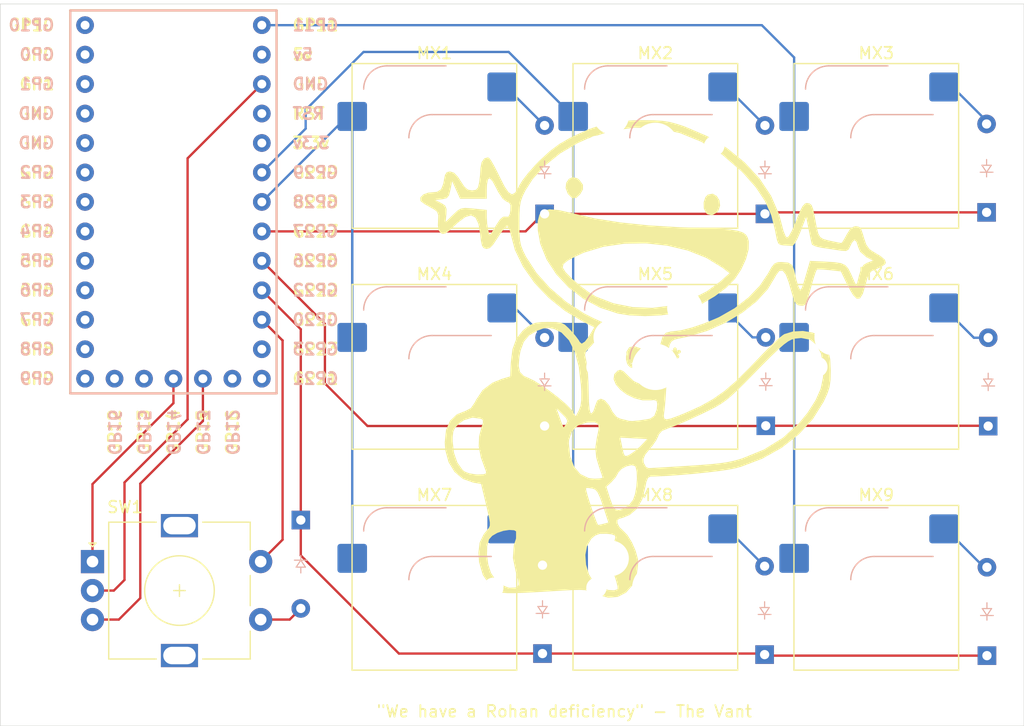
<source format=kicad_pcb>
(kicad_pcb (version 20241229) (generator "pcbnew") (generator_version "9.0")
  (layers (0 "F.Cu" signal) (2 "B.Cu" signal) (13 "F.Paste" user) (15 "B.Paste" user) (5 "F.SilkS" user "F.Silkscreen") (7 "B.SilkS" user "B.Silkscreen") (1 "F.Mask" user) (3 "B.Mask" user) (25 "Edge.Cuts" user))
  (net 0 "")
  (net 1 "row 0")
  (net 2 "Net-(D1-A)")
  (net 3 "Net-(D2-A)")
  (net 4 "Net-(D3-A)")
  (net 5 "Net-(D4-A)")
  (net 6 "row 1")
  (net 7 "Net-(D5-A)")
  (net 8 "Net-(D6-A)")
  (net 9 "row 2")
  (net 10 "Net-(D7-A)")
  (net 11 "Net-(D8-A)")
  (net 12 "Net-(D9-A)")
  (net 13 "Net-(D10-A)")
  (net 14 "col 0")
  (net 15 "col 1")
  (net 16 "col 2")
  (net 17 "col 4")
  (net 18 "GND")
  (net 19 "tx1")
  (net 20 "rx1")
  (footprint "ScottoKeebs_Hotswap:Hotswap_MX_1.00u" (layer "F.Cu") (at 114.8 56.75)
    (property "Reference" "MX3" (at 0 -8 0) (layer "F.SilkS"))
    (property "Value" "MX_SW_HS")
    (pad "" np_thru_hole circle (at -5.08 0) (size 1.75 1.75) (drill 1.75) (layers "*.Cu" "*.Mask"))
    (pad "" np_thru_hole circle (at -3.81 -2.54) (size 3.05 3.05) (drill 3.05) (layers "*.Cu" "*.Mask"))
    (pad "" np_thru_hole circle (at 0 0) (size 4 4) (drill 4) (layers "*.Cu" "*.Mask"))
    (pad "" np_thru_hole circle (at 2.54 -5.08) (size 3.05 3.05) (drill 3.05) (layers "*.Cu" "*.Mask"))
    (pad "" np_thru_hole circle (at 5.08 0) (size 1.75 1.75) (drill 1.75) (layers "*.Cu" "*.Mask"))
    (pad "1" smd roundrect (at -7.085 -2.54) (size 2.55 2.5) (layers "B.Cu" "B.Mask" "B.Paste") (roundrect_rratio 0.1) (net 16 "col 2"))
    (pad "2" smd roundrect (at 5.842 -5.08) (size 2.55 2.5) (layers "B.Cu" "B.Mask" "B.Paste") (roundrect_rratio 0.1) (net 4 "Net-(D3-A)"))
  )
  (footprint "ScottoKeebs_Hotswap:Hotswap_MX_1.00u" (layer "F.Cu") (at 76.7 94.85)
    (property "Reference" "MX7" (at 0 -8 0) (layer "F.SilkS"))
    (property "Value" "MX_SW_HS")
    (pad "" np_thru_hole circle (at -5.08 0) (size 1.75 1.75) (drill 1.75) (layers "*.Cu" "*.Mask"))
    (pad "" np_thru_hole circle (at -3.81 -2.54) (size 3.05 3.05) (drill 3.05) (layers "*.Cu" "*.Mask"))
    (pad "" np_thru_hole circle (at 0 0) (size 4 4) (drill 4) (layers "*.Cu" "*.Mask"))
    (pad "" np_thru_hole circle (at 2.54 -5.08) (size 3.05 3.05) (drill 3.05) (layers "*.Cu" "*.Mask"))
    (pad "" np_thru_hole circle (at 5.08 0) (size 1.75 1.75) (drill 1.75) (layers "*.Cu" "*.Mask"))
    (pad "1" smd roundrect (at -7.085 -2.54) (size 2.55 2.5) (layers "B.Cu" "B.Mask" "B.Paste") (roundrect_rratio 0.1) (net 14 "col 0"))
    (pad "2" smd roundrect (at 5.842 -5.08) (size 2.55 2.5) (layers "B.Cu" "B.Mask" "B.Paste") (roundrect_rratio 0.1) (net 10 "Net-(D7-A)"))
  )
  (footprint "LOGO" (layer "F.Cu") (at 95.549999 75.099999)
    (property "Reference" "G***" (at 0 0 0) (layer "F.SilkS") (effects (font (size 1.5 1.5) (thickness 0.3))))
    (property "Value" "LOGO" (hide yes))
  )
  (footprint "ScottoKeebs_Hotswap:Hotswap_MX_1.00u" (layer "F.Cu") (at 95.75 75.8)
    (property "Reference" "MX5" (at 0 -8 0) (layer "F.SilkS"))
    (property "Value" "MX_SW_HS")
    (pad "" np_thru_hole circle (at -5.08 0) (size 1.75 1.75) (drill 1.75) (layers "*.Cu" "*.Mask"))
    (pad "" np_thru_hole circle (at -3.81 -2.54) (size 3.05 3.05) (drill 3.05) (layers "*.Cu" "*.Mask"))
    (pad "" np_thru_hole circle (at 0 0) (size 4 4) (drill 4) (layers "*.Cu" "*.Mask"))
    (pad "" np_thru_hole circle (at 2.54 -5.08) (size 3.05 3.05) (drill 3.05) (layers "*.Cu" "*.Mask"))
    (pad "" np_thru_hole circle (at 5.08 0) (size 1.75 1.75) (drill 1.75) (layers "*.Cu" "*.Mask"))
    (pad "1" smd roundrect (at -7.085 -2.54) (size 2.55 2.5) (layers "B.Cu" "B.Mask" "B.Paste") (roundrect_rratio 0.1) (net 15 "col 1"))
    (pad "2" smd roundrect (at 5.842 -5.08) (size 2.55 2.5) (layers "B.Cu" "B.Mask" "B.Paste") (roundrect_rratio 0.1) (net 7 "Net-(D5-A)"))
  )
  (footprint "ScottoKeebs_MCU:RP2040_Pro_Micro" (layer "F.Cu") (at 54.2 62.85)
    (property "Reference" "U2" (hide yes))
    (property "Value" "RP2040_Pro_Micro" (hide yes))
    (fp_text user "RST" (at 10.16 -8.89 0) (layer "F.SilkS") (effects (font (thickness 0.2) (bold yes)) (justify left)))
    (fp_text user "GP4" (at -10.16 1.27 0) (layer "F.SilkS") (effects (font (thickness 0.2) (bold yes)) (justify right)))
    (fp_text user "GND" (at -10.16 -8.89 0) (layer "F.SilkS") (effects (font (thickness 0.2) (bold yes)) (justify right)))
    (fp_text user "GP26" (at 10.16 3.81 0) (layer "F.SilkS") (effects (font (thickness 0.2) (bold yes)) (justify left)))
    (fp_text user "GP9" (at -10.16 13.97 0) (layer "F.SilkS") (effects (font (thickness 0.2) (bold yes)) (justify right)))
    (fp_text user "GP7" (at -10.16 8.89 0) (layer "F.SilkS") (effects (font (thickness 0.2) (bold yes)) (justify right)))
    (fp_text user "GP22" (at 10.16 6.35 0) (layer "F.SilkS") (effects (font (thickness 0.2) (bold yes)) (justify left)))
    (fp_text user "GP13" (at -2.54 16.51 90) (layer "F.SilkS") (effects (font (thickness 0.2) (bold yes)) (justify right)))
    (fp_text user "GND" (at 10.16 -11.43 0) (layer "F.SilkS") (effects (font (thickness 0.2) (bold yes)) (justify left)))
    (fp_text user "GP2" (at -10.16 -3.81 0) (layer "F.SilkS") (effects (font (thickness 0.2) (bold yes)) (justify right)))
    (fp_text user "GP1" (at -10.16 -11.43 0) (layer "F.SilkS") (effects (font (thickness 0.2) (bold yes)) (justify right)))
    (fp_text user "GP5" (at -10.16 3.81 0) (layer "F.SilkS") (effects (font (thickness 0.2) (bold yes)) (justify right)))
    (fp_text user "GP12" (at -5.08 16.51 90) (layer "F.SilkS") (effects (font (thickness 0.2) (bold yes)) (justify right)))
    (fp_text user "3.3v" (at 10.16 -6.35 0) (layer "F.SilkS") (effects (font (thickness 0.2) (bold yes)) (justify left)))
    (fp_text user "5v" (at 10.16 -13.97 0) (layer "F.SilkS") (effects (font (thickness 0.2) (bold yes)) (justify left)))
    (fp_text user "GP3" (at -10.16 -1.27 0) (layer "F.SilkS") (effects (font (thickness 0.2) (bold yes)) (justify right)))
    (fp_text user "GP8" (at -10.16 11.43 0) (layer "F.SilkS") (effects (font (thickness 0.2) (bold yes)) (justify right)))
    (fp_text user "GP15" (at 2.54 16.51 90) (layer "F.SilkS") (effects (font (thickness 0.2) (bold yes)) (justify right)))
    (fp_text user "GP23" (at 10.16 11.43 0) (layer "F.SilkS") (effects (font (thickness 0.2) (bold yes)) (justify left)))
    (fp_text user "GP27" (at 10.16 1.27 0) (layer "F.SilkS") (effects (font (thickness 0.2) (bold yes)) (justify left)))
    (fp_text user "GP10" (at -10.16 -16.51 0) (layer "F.SilkS") (effects (font (thickness 0.2) (bold yes)) (justify right)))
    (fp_text user "GP28" (at 10.16 -1.27 0) (layer "F.SilkS") (effects (font (thickness 0.2) (bold yes)) (justify left)))
    (fp_text user "GP29" (at 10.16 -3.81 0) (layer "F.SilkS") (effects (font (thickness 0.2) (bold yes)) (justify left)))
    (fp_text user "GP21" (at 10.16 13.97 0) (layer "F.SilkS") (effects (font (thickness 0.2) (bold yes)) (justify left)))
    (fp_text user "GP0" (at -10.16 -13.97 0) (layer "F.SilkS") (effects (font (thickness 0.2) (bold yes)) (justify right)))
    (fp_text user "GP14" (at 0 16.51 90) (layer "F.SilkS") (effects (font (thickness 0.2) (bold yes)) (justify right)))
    (fp_text user "GP11" (at 10.16 -16.51 0) (layer "F.SilkS") (effects (font (thickness 0.2) (bold yes)) (justify left)))
    (fp_text user "GND" (at -10.16 -6.35 0) (layer "F.SilkS") (effects (font (thickness 0.2) (bold yes)) (justify right)))
    (fp_text user "GP6" (at -10.16 6.35 0) (layer "F.SilkS") (effects (font (thickness 0.2) (bold yes)) (justify right)))
    (fp_text user "GP20" (at 10.16 8.89 0) (layer "F.SilkS") (effects (font (thickness 0.2) (bold yes)) (justify left)))
    (fp_text user "GP16" (at 5.08 16.51 90) (layer "F.SilkS") (effects (font (thickness 0.2) (bold yes)) (justify right)))
    (fp_text user "GP8" (at -10.16 11.43 0) (layer "B.SilkS") (effects (font (thickness 0.2) (bold yes)) (justify left mirror)))
    (fp_text user "GP12" (at 5.08 16.51 270) (layer "B.SilkS") (effects (font (thickness 0.2) (bold yes)) (justify right mirror)))
    (fp_text user "GND" (at -10.16 -6.35 0) (layer "B.SilkS") (effects (font (thickness 0.2) (bold yes)) (justify left mirror)))
    (fp_text user "GP9" (at -10.16 13.97 0) (layer "B.SilkS") (effects (font (thickness 0.2) (bold yes)) (justify left mirror)))
    (fp_text user "GP27" (at 10.16 1.27 0) (layer "B.SilkS") (effects (font (thickness 0.2) (bold yes)) (justify right mirror)))
    (fp_text user "GP23" (at 10.16 11.43 0) (layer "B.SilkS") (effects (font (thickness 0.2) (bold yes)) (justify right mirror)))
    (fp_text user "GP2" (at -10.16 -3.81 0) (layer "B.SilkS") (effects (font (thickness 0.2) (bold yes)) (justify left mirror)))
    (fp_text user "GND" (at 10.16 -11.43 0) (layer "B.SilkS") (effects (font (thickness 0.2) (bold yes)) (justify right mirror)))
    (fp_text user "RST" (at 10.16 -8.89 0) (layer "B.SilkS") (effects (font (thickness 0.2) (bold yes)) (justify right mirror)))
    (fp_text user "GP21" (at 10.16 13.97 0) (layer "B.SilkS") (effects (font (thickness 0.2) (bold yes)) (justify right mirror)))
    (fp_text user "GP14" (at 0 16.51 270) (layer "B.SilkS") (effects (font (thickness 0.2) (bold yes)) (justify right mirror)))
    (fp_text user "GP7" (at -10.16 8.89 0) (layer "B.SilkS") (effects (font (thickness 0.2) (bold yes)) (justify left mirror)))
    (fp_text user "GP22" (at 10.16 6.35 0) (layer "B.SilkS") (effects (font (thickness 0.2) (bold yes)) (justify right mirror)))
    (fp_text user "3.3v" (at 10.16 -6.35 0) (layer "B.SilkS") (effects (font (thickness 0.2) (bold yes)) (justify right mirror)))
    (fp_text user "GP15" (at -2.54 16.51 270) (layer "B.SilkS") (effects (font (thickness 0.2) (bold yes)) (justify right mirror)))
    (fp_text user "GP26" (at 10.16 3.81 0) (layer "B.SilkS") (effects (font (thickness 0.2) (bold yes)) (justify right mirror)))
    (fp_text user "GP6" (at -10.16 6.35 0) (layer "B.SilkS") (effects (font (thickness 0.2) (bold yes)) (justify left mirror)))
    (fp_text user "GP4" (at -10.16 1.27 0) (layer "B.SilkS") (effects (font (thickness 0.2) (bold yes)) (justify left mirror)))
    (fp_text user "GP5" (at -10.16 3.81 0) (layer "B.SilkS") (effects (font (thickness 0.2) (bold yes)) (justify left mirror)))
    (fp_text user "GP10" (at -10.16 -16.51 0) (layer "B.SilkS") (effects (font (thickness 0.2) (bold yes)) (justify left mirror)))
    (fp_text user "GP1" (at -10.16 -11.43 0) (layer "B.SilkS") (effects (font (thickness 0.2) (bold yes)) (justify left mirror)))
    (fp_text user "GP3" (at -10.16 -1.27 0) (layer "B.SilkS") (effects (font (thickness 0.2) (bold yes)) (justify left mirror)))
    (fp_text user "GP13" (at 2.54 16.51 270) (layer "B.SilkS") (effects (font (thickness 0.2) (bold yes)) (justify right mirror)))
    (fp_text user "GND" (at -10.16 -8.89 0) (layer "B.SilkS") (effects (font (thickness 0.2) (bold yes)) (justify left mirror)))
    (fp_text user "GP29" (at 10.16 -3.81 0) (layer "B.SilkS") (effects (font (thickness 0.2) (bold yes)) (justify right mirror)))
    (fp_text user "GP20" (at 10.16 8.89 0) (layer "B.SilkS") (effects (font (thickness 0.2) (bold yes)) (justify right mirror)))
    (fp_text user "GP16" (at -5.08 16.51 270) (layer "B.SilkS") (effects (font (thickness 0.2) (bold yes)) (justify right mirror)))
    (fp_text user "GP0" (at -10.16 -13.97 0) (layer "B.SilkS") (effects (font (thickness 0.2) (bold yes)) (justify left mirror)))
    (fp_text user "5v" (at 10.16 -13.97 0) (layer "B.SilkS") (effects (font (thickness 0.2) (bold yes)) (justify right mirror)))
    (fp_text user "GP11" (at 10.16 -16.51 0) (layer "B.SilkS") (effects (font (thickness 0.2) (bold yes)) (justify right mirror)))
    (fp_text user "GP28" (at 10.16 -1.27 0) (layer "B.SilkS") (effects (font (thickness 0.2) (bold yes)) (justify right mirror)))
    (pad "1" thru_hole circle (at -7.62 -16.51) (size 1.524 1.524) (drill 0.762) (layers "*.Cu" "*.Mask"))
    (pad "2" thru_hole circle (at -7.62 -13.97) (size 1.524 1.524) (drill 0.762) (layers "*.Cu" "*.Mask"))
    (pad "3" thru_hole circle (at -7.62 -11.43) (size 1.524 1.524) (drill 0.762) (layers "*.Cu" "*.Mask"))
    (pad "4" thru_hole circle (at -7.62 -8.89) (size 1.524 1.524) (drill 0.762) (layers "*.Cu" "*.Mask"))
    (pad "5" thru_hole circle (at -7.62 -6.35) (size 1.524 1.524) (drill 0.762) (layers "*.Cu" "*.Mask"))
    (pad "6" thru_hole circle (at -7.62 -3.81) (size 1.524 1.524) (drill 0.762) (layers "*.Cu" "*.Mask"))
    (pad "7" thru_hole circle (at -7.62 -1.27) (size 1.524 1.524) (drill 0.762) (layers "*.Cu" "*.Mask"))
    (pad "8" thru_hole circle (at -7.62 1.27) (size 1.524 1.524) (drill 0.762) (layers "*.Cu" "*.Mask"))
    (pad "9" thru_hole circle (at -7.62 3.81) (size 1.524 1.524) (drill 0.762) (layers "*.Cu" "*.Mask"))
    (pad "10" thru_hole circle (at -7.62 6.35) (size 1.524 1.524) (drill 0.762) (layers "*.Cu" "*.Mask"))
    (pad "11" thru_hole circle (at -7.62 8.89) (size 1.524 1.524) (drill 0.762) (layers "*.Cu" "*.Mask"))
    (pad "12" thru_hole circle (at -7.62 11.43) (size 1.524 1.524) (drill 0.762) (layers "*.Cu" "*.Mask"))
    (pad "13" thru_hole circle (at -7.62 13.97) (size 1.524 1.524) (drill 0.762) (layers "*.Cu" "*.Mask"))
    (pad "14" thru_hole circle (at -5.08 13.97) (size 1.524 1.524) (drill 0.762) (layers "*.Cu" "*.Mask"))
    (pad "15" thru_hole circle (at -2.54 13.97) (size 1.524 1.524) (drill 0.762) (layers "*.Cu" "*.Mask"))
    (pad "16" thru_hole circle (at 0 13.97) (size 1.524 1.524) (drill 0.762) (layers "*.Cu" "*.Mask") (net 20 "rx1"))
    (pad "17" thru_hole circle (at 2.54 13.97) (size 1.524 1.524) (drill 0.762) (layers "*.Cu" "*.Mask") (net 19 "tx1"))
    (pad "18" thru_hole circle (at 5.08 13.97) (size 1.524 1.524) (drill 0.762) (layers "*.Cu" "*.Mask"))
    (pad "19" thru_hole circle (at 7.62 13.97) (size 1.524 1.524) (drill 0.762) (layers "*.Cu" "*.Mask"))
    (pad "20" thru_hole circle (at 7.62 11.43) (size 1.524 1.524) (drill 0.762) (layers "*.Cu" "*.Mask"))
    (pad "21" thru_hole circle (at 7.62 8.89) (size 1.524 1.524) (drill 0.762) (layers "*.Cu" "*.Mask") (net 17 "col 4"))
    (pad "22" thru_hole circle (at 7.62 6.35) (size 1.524 1.524) (drill 0.762) (layers "*.Cu" "*.Mask") (net 9 "row 2"))
    (pad "23" thru_hole circle (at 7.62 3.81) (size 1.524 1.524) (drill 0.762) (layers "*.Cu" "*.Mask") (net 6 "row 1"))
    (pad "24" thru_hole circle (at 7.62 1.27) (size 1.524 1.524) (drill 0.762) (layers "*.Cu" "*.Mask") (net 1 "row 0"))
    (pad "25" thru_hole circle (at 7.62 -1.27) (size 1.524 1.524) (drill 0.762) (layers "*.Cu" "*.Mask") (net 14 "col 0"))
    (pad "26" thru_hole circle (at 7.62 -3.81) (size 1.524 1.524) (drill 0.762) (layers "*.Cu" "*.Mask") (net 15 "col 1"))
    (pad "27" thru_hole circle (at 7.62 -6.35) (size 1.524 1.524) (drill 0.762) (layers "*.Cu" "*.Mask"))
    (pad "28" thru_hole circle (at 7.62 -8.89) (size 1.524 1.524) (drill 0.762) (layers "*.Cu" "*.Mask"))
    (pad "29" thru_hole circle (at 7.62 -11.43) (size 1.524 1.524) (drill 0.762) (layers "*.Cu" "*.Mask") (net 18 "GND"))
    (pad "30" thru_hole circle (at 7.62 -13.97) (size 1.524 1.524) (drill 0.762) (layers "*.Cu" "*.Mask"))
    (pad "31" thru_hole circle (at 7.62 -16.51) (size 1.524 1.524) (drill 0.762) (layers "*.Cu" "*.Mask") (net 16 "col 2"))
  )
  (footprint "Rotary_Encoder:RotaryEncoder_Alps_EC11E-Switch_Vertical_H20mm" (layer "F.Cu") (at 47.22 92.59)
    (property "Reference" "SW1" (at 2.8 -4.7 0) (layer "F.SilkS"))
    (property "Value" "RotaryEncoder_Switch")
    (pad "A" thru_hole rect (at 0 0) (size 2 2) (drill 1) (layers "*.Cu" "*.Mask") (net 20 "rx1"))
    (pad "B" thru_hole circle (at 0 5) (size 2 2) (drill 1) (layers "*.Cu" "*.Mask") (net 19 "tx1"))
    (pad "C" thru_hole circle (at 0 2.5) (size 2 2) (drill 1) (layers "*.Cu" "*.Mask") (net 18 "GND"))
    (pad "MP" thru_hole rect (at 7.5 -3.1) (size 3.2 2) (drill oval 2.8 1.5) (layers "*.Cu" "*.Mask"))
    (pad "MP" thru_hole rect (at 7.5 8.1) (size 3.2 2) (drill oval 2.8 1.5) (layers "*.Cu" "*.Mask"))
    (pad "S1" thru_hole circle (at 14.5 5) (size 2 2) (drill 1) (layers "*.Cu" "*.Mask") (net 13 "Net-(D10-A)"))
    (pad "S2" thru_hole circle (at 14.5 0) (size 2 2) (drill 1) (layers "*.Cu" "*.Mask") (net 17 "col 4"))
  )
  (footprint "ScottoKeebs_Hotswap:Hotswap_MX_1.00u" (layer "F.Cu") (at 76.7 56.75)
    (property "Reference" "MX1" (at 0 -8 0) (layer "F.SilkS"))
    (property "Value" "MX_SW_HS")
    (pad "" np_thru_hole circle (at -5.08 0) (size 1.75 1.75) (drill 1.75) (layers "*.Cu" "*.Mask"))
    (pad "" np_thru_hole circle (at -3.81 -2.54) (size 3.05 3.05) (drill 3.05) (layers "*.Cu" "*.Mask"))
    (pad "" np_thru_hole circle (at 0 0) (size 4 4) (drill 4) (layers "*.Cu" "*.Mask"))
    (pad "" np_thru_hole circle (at 2.54 -5.08) (size 3.05 3.05) (drill 3.05) (layers "*.Cu" "*.Mask"))
    (pad "" np_thru_hole circle (at 5.08 0) (size 1.75 1.75) (drill 1.75) (layers "*.Cu" "*.Mask"))
    (pad "1" smd roundrect (at -7.085 -2.54) (size 2.55 2.5) (layers "B.Cu" "B.Mask" "B.Paste") (roundrect_rratio 0.1) (net 14 "col 0"))
    (pad "2" smd roundrect (at 5.842 -5.08) (size 2.55 2.5) (layers "B.Cu" "B.Mask" "B.Paste") (roundrect_rratio 0.1) (net 2 "Net-(D1-A)"))
  )
  (footprint "ScottoKeebs_Hotswap:Hotswap_MX_1.00u" (layer "F.Cu") (at 95.75 56.75)
    (property "Reference" "MX2" (at 0 -8 0) (layer "F.SilkS"))
    (property "Value" "MX_SW_HS")
    (pad "" np_thru_hole circle (at -5.08 0) (size 1.75 1.75) (drill 1.75) (layers "*.Cu" "*.Mask"))
    (pad "" np_thru_hole circle (at -3.81 -2.54) (size 3.05 3.05) (drill 3.05) (layers "*.Cu" "*.Mask"))
    (pad "" np_thru_hole circle (at 0 0) (size 4 4) (drill 4) (layers "*.Cu" "*.Mask"))
    (pad "" np_thru_hole circle (at 2.54 -5.08) (size 3.05 3.05) (drill 3.05) (layers "*.Cu" "*.Mask"))
    (pad "" np_thru_hole circle (at 5.08 0) (size 1.75 1.75) (drill 1.75) (layers "*.Cu" "*.Mask"))
    (pad "1" smd roundrect (at -7.085 -2.54) (size 2.55 2.5) (layers "B.Cu" "B.Mask" "B.Paste") (roundrect_rratio 0.1) (net 15 "col 1"))
    (pad "2" smd roundrect (at 5.842 -5.08) (size 2.55 2.5) (layers "B.Cu" "B.Mask" "B.Paste") (roundrect_rratio 0.1) (net 3 "Net-(D2-A)"))
  )
  (footprint "ScottoKeebs_Hotswap:Hotswap_MX_1.00u" (layer "F.Cu") (at 114.8 94.85)
    (property "Reference" "MX9" (at 0 -8 0) (layer "F.SilkS"))
    (property "Value" "MX_SW_HS")
    (pad "" np_thru_hole circle (at -5.08 0) (size 1.75 1.75) (drill 1.75) (layers "*.Cu" "*.Mask"))
    (pad "" np_thru_hole circle (at -3.81 -2.54) (size 3.05 3.05) (drill 3.05) (layers "*.Cu" "*.Mask"))
    (pad "" np_thru_hole circle (at 0 0) (size 4 4) (drill 4) (layers "*.Cu" "*.Mask"))
    (pad "" np_thru_hole circle (at 2.54 -5.08) (size 3.05 3.05) (drill 3.05) (layers "*.Cu" "*.Mask"))
    (pad "" np_thru_hole circle (at 5.08 0) (size 1.75 1.75) (drill 1.75) (layers "*.Cu" "*.Mask"))
    (pad "1" smd roundrect (at -7.085 -2.54) (size 2.55 2.5) (layers "B.Cu" "B.Mask" "B.Paste") (roundrect_rratio 0.1) (net 16 "col 2"))
    (pad "2" smd roundrect (at 5.842 -5.08) (size 2.55 2.5) (layers "B.Cu" "B.Mask" "B.Paste") (roundrect_rratio 0.1) (net 12 "Net-(D9-A)"))
  )
  (footprint "ScottoKeebs_Hotswap:Hotswap_MX_1.00u" (layer "F.Cu") (at 114.8 75.8)
    (property "Reference" "MX6" (at 0 -8 0) (layer "F.SilkS"))
    (property "Value" "MX_SW_HS")
    (pad "" np_thru_hole circle (at -5.08 0) (size 1.75 1.75) (drill 1.75) (layers "*.Cu" "*.Mask"))
    (pad "" np_thru_hole circle (at -3.81 -2.54) (size 3.05 3.05) (drill 3.05) (layers "*.Cu" "*.Mask"))
    (pad "" np_thru_hole circle (at 0 0) (size 4 4) (drill 4) (layers "*.Cu" "*.Mask"))
    (pad "" np_thru_hole circle (at 2.54 -5.08) (size 3.05 3.05) (drill 3.05) (layers "*.Cu" "*.Mask"))
    (pad "" np_thru_hole circle (at 5.08 0) (size 1.75 1.75) (drill 1.75) (layers "*.Cu" "*.Mask"))
    (pad "1" smd roundrect (at -7.085 -2.54) (size 2.55 2.5) (layers "B.Cu" "B.Mask" "B.Paste") (roundrect_rratio 0.1) (net 16 "col 2"))
    (pad "2" smd roundrect (at 5.842 -5.08) (size 2.55 2.5) (layers "B.Cu" "B.Mask" "B.Paste") (roundrect_rratio 0.1) (net 8 "Net-(D6-A)"))
  )
  (footprint "ScottoKeebs_Hotswap:Hotswap_MX_1.00u" (layer "F.Cu") (at 76.7 75.8)
    (property "Reference" "MX4" (at 0 -8 0) (layer "F.SilkS"))
    (property "Value" "MX_SW_HS")
    (pad "" np_thru_hole circle (at -5.08 0) (size 1.75 1.75) (drill 1.75) (layers "*.Cu" "*.Mask"))
    (pad "" np_thru_hole circle (at -3.81 -2.54) (size 3.05 3.05) (drill 3.05) (layers "*.Cu" "*.Mask"))
    (pad "" np_thru_hole circle (at 0 0) (size 4 4) (drill 4) (layers "*.Cu" "*.Mask"))
    (pad "" np_thru_hole circle (at 2.54 -5.08) (size 3.05 3.05) (drill 3.05) (layers "*.Cu" "*.Mask"))
    (pad "" np_thru_hole circle (at 5.08 0) (size 1.75 1.75) (drill 1.75) (layers "*.Cu" "*.Mask"))
    (pad "1" smd roundrect (at -7.085 -2.54) (size 2.55 2.5) (layers "B.Cu" "B.Mask" "B.Paste") (roundrect_rratio 0.1) (net 14 "col 0"))
    (pad "2" smd roundrect (at 5.842 -5.08) (size 2.55 2.5) (layers "B.Cu" "B.Mask" "B.Paste") (roundrect_rratio 0.1) (net 5 "Net-(D4-A)"))
  )
  (footprint "ScottoKeebs_Hotswap:Hotswap_MX_1.00u" (layer "F.Cu") (at 95.75 94.85)
    (property "Reference" "MX8" (at 0 -8 0) (layer "F.SilkS"))
    (property "Value" "MX_SW_HS")
    (pad "" np_thru_hole circle (at -5.08 0) (size 1.75 1.75) (drill 1.75) (layers "*.Cu" "*.Mask"))
    (pad "" np_thru_hole circle (at -3.81 -2.54) (size 3.05 3.05) (drill 3.05) (layers "*.Cu" "*.Mask"))
    (pad "" np_thru_hole circle (at 0 0) (size 4 4) (drill 4) (layers "*.Cu" "*.Mask"))
    (pad "" np_thru_hole circle (at 2.54 -5.08) (size 3.05 3.05) (drill 3.05) (layers "*.Cu" "*.Mask"))
    (pad "" np_thru_hole circle (at 5.08 0) (size 1.75 1.75) (drill 1.75) (layers "*.Cu" "*.Mask"))
    (pad "1" smd roundrect (at -7.085 -2.54) (size 2.55 2.5) (layers "B.Cu" "B.Mask" "B.Paste") (roundrect_rratio 0.1) (net 15 "col 1"))
    (pad "2" smd roundrect (at 5.842 -5.08) (size 2.55 2.5) (layers "B.Cu" "B.Mask" "B.Paste") (roundrect_rratio 0.1) (net 11 "Net-(D8-A)"))
  )
  (footprint "ScottoKeebs_Components:Diode_DO-35" (layer "B.Cu") (at 65.18 89.01 -90)
    (property "Reference" "D10" (hide yes))
    (property "Value" "D_Small" (hide yes))
    (pad "1" thru_hole rect (at 0 0 270) (size 1.6 1.6) (drill 0.8) (layers "*.Cu" "*.Mask") (net 9 "row 2"))
    (pad "2" thru_hole oval (at 7.62 0 270) (size 1.6 1.6) (drill 0.8) (layers "*.Cu" "*.Mask") (net 13 "Net-(D10-A)"))
  )
  (footprint "ScottoKeebs_Components:Diode_DO-35" (layer "B.Cu") (at 124.45 80.91 90)
    (property "Reference" "D6" (hide yes))
    (property "Value" "D_Small" (hide yes))
    (pad "1" thru_hole rect (at 0 0 90) (size 1.6 1.6) (drill 0.8) (layers "*.Cu" "*.Mask") (net 6 "row 1"))
    (pad "2" thru_hole oval (at 7.62 0 90) (size 1.6 1.6) (drill 0.8) (layers "*.Cu" "*.Mask") (net 8 "Net-(D6-A)"))
  )
  (footprint "ScottoKeebs_Components:Diode_DO-35" (layer "B.Cu") (at 105.27 80.88 90)
    (property "Reference" "D5" (hide yes))
    (property "Value" "D_Small" (hide yes))
    (pad "1" thru_hole rect (at 0 0 90) (size 1.6 1.6) (drill 0.8) (layers "*.Cu" "*.Mask") (net 6 "row 1"))
    (pad "2" thru_hole oval (at 7.62 0 90) (size 1.6 1.6) (drill 0.8) (layers "*.Cu" "*.Mask") (net 7 "Net-(D5-A)"))
  )
  (footprint "ScottoKeebs_Components:Diode_DO-35" (layer "B.Cu") (at 105.2 62.61 90)
    (property "Reference" "D2" (hide yes))
    (property "Value" "D_Small" (hide yes))
    (pad "1" thru_hole rect (at 0 0 90) (size 1.6 1.6) (drill 0.8) (layers "*.Cu" "*.Mask") (net 1 "row 0"))
    (pad "2" thru_hole oval (at 7.62 0 90) (size 1.6 1.6) (drill 0.8) (layers "*.Cu" "*.Mask") (net 3 "Net-(D2-A)"))
  )
  (footprint "ScottoKeebs_Components:Diode_DO-35" (layer "B.Cu") (at 86.02 100.52 90)
    (property "Reference" "D7" (hide yes))
    (property "Value" "D_Small" (hide yes))
    (pad "1" thru_hole rect (at 0 0 90) (size 1.6 1.6) (drill 0.8) (layers "*.Cu" "*.Mask") (net 9 "row 2"))
    (pad "2" thru_hole oval (at 7.62 0 90) (size 1.6 1.6) (drill 0.8) (layers "*.Cu" "*.Mask") (net 10 "Net-(D7-A)"))
  )
  (footprint "ScottoKeebs_Components:Diode_DO-35" (layer "B.Cu") (at 86.2 62.61 90)
    (property "Reference" "D1" (hide yes))
    (property "Value" "D_Small" (hide yes))
    (pad "1" thru_hole rect (at 0 0 90) (size 1.6 1.6) (drill 0.8) (layers "*.Cu" "*.Mask") (net 1 "row 0"))
    (pad "2" thru_hole oval (at 7.62 0 90) (size 1.6 1.6) (drill 0.8) (layers "*.Cu" "*.Mask") (net 2 "Net-(D1-A)"))
  )
  (footprint "ScottoKeebs_Components:Diode_DO-35" (layer "B.Cu") (at 124.34 100.7 90)
    (property "Reference" "D9" (hide yes))
    (property "Value" "D_Small" (hide yes))
    (pad "1" thru_hole rect (at 0 0 90) (size 1.6 1.6) (drill 0.8) (layers "*.Cu" "*.Mask") (net 9 "row 2"))
    (pad "2" thru_hole oval (at 7.62 0 90) (size 1.6 1.6) (drill 0.8) (layers "*.Cu" "*.Mask") (net 12 "Net-(D9-A)"))
  )
  (footprint "ScottoKeebs_Components:Diode_DO-35" (layer "B.Cu") (at 105.17 100.61 90)
    (property "Reference" "D8" (hide yes))
    (property "Value" "D_Small" (hide yes))
    (pad "1" thru_hole rect (at 0 0 90) (size 1.6 1.6) (drill 0.8) (layers "*.Cu" "*.Mask") (net 9 "row 2"))
    (pad "2" thru_hole oval (at 7.62 0 90) (size 1.6 1.6) (drill 0.8) (layers "*.Cu" "*.Mask") (net 11 "Net-(D8-A)"))
  )
  (footprint "ScottoKeebs_Components:Diode_DO-35" (layer "B.Cu") (at 86.2 80.9 90)
    (property "Reference" "D4" (hide yes))
    (property "Value" "D_Small" (hide yes))
    (pad "1" thru_hole rect (at 0 0 90) (size 1.6 1.6) (drill 0.8) (layers "*.Cu" "*.Mask") (net 6 "row 1"))
    (pad "2" thru_hole oval (at 7.62 0 90) (size 1.6 1.6) (drill 0.8) (layers "*.Cu" "*.Mask") (net 5 "Net-(D4-A)"))
  )
  (footprint "ScottoKeebs_Components:Diode_DO-35" (layer "B.Cu") (at 124.31 62.48 90)
    (property "Reference" "D3" (hide yes))
    (property "Value" "D_Small" (hide yes))
    (pad "1" thru_hole rect (at 0 0 90) (size 1.6 1.6) (drill 0.8) (layers "*.Cu" "*.Mask") (net 1 "row 0"))
    (pad "2" thru_hole oval (at 7.62 0 90) (size 1.6 1.6) (drill 0.8) (layers "*.Cu" "*.Mask") (net 4 "Net-(D3-A)"))
  )
  (gr_rect (start 39.27 44.51) (end 127.53 106.76) (stroke (width 0.05)) (fill no) (layer "Edge.Cuts"))
  (gr_text "{dblquote}We have a Rohan deficiency{dblquote} - The Vant" (at 71.63 106.09 0) (layer "F.SilkS") (effects (font (size 1 1)) (justify left bottom)))
  (segment (start 84.56 64.12) (end 61.82 64.12) (width 0.2) (layer "F.Cu") (net 1))
  (segment (start 105.33 62.48) (end 105.2 62.61) (width 0.2) (layer "F.Cu") (net 1))
  (segment (start 86.2 62.61) (end 105.2 62.61) (width 0.2) (layer "F.Cu") (net 1))
  (segment (start 124.31 62.48) (end 105.33 62.48) (width 0.2) (layer "F.Cu") (net 1))
  (segment (start 86.07 62.61) (end 84.56 64.12) (width 0.2) (layer "F.Cu") (net 1))
  (segment (start 86.2 62.61) (end 86.07 62.61) (width 0.2) (layer "F.Cu") (net 1))
  (segment (start 82.542 51.67) (end 82.88 51.67) (width 0.2) (layer "B.Cu") (net 2))
  (segment (start 82.88 51.67) (end 86.2 54.99) (width 0.2) (layer "B.Cu") (net 2))
  (segment (start 101.88 51.67) (end 105.2 54.99) (width 0.2) (layer "B.Cu") (net 3))
  (segment (start 101.592 51.67) (end 101.88 51.67) (width 0.2) (layer "B.Cu") (net 3))
  (segment (start 120.642 51.67) (end 121.38 51.67) (width 0.2) (layer "B.Cu") (net 4))
  (segment (start 121.38 51.67) (end 124.6 54.89) (width 0.2) (layer "B.Cu") (net 4))
  (segment (start 83.64 70.72) (end 86.2 73.28) (width 0.2) (layer "B.Cu") (net 5))
  (segment (start 82.542 70.72) (end 83.64 70.72) (width 0.2) (layer "B.Cu") (net 5))
  (segment (start 124.42 80.88) (end 124.45 80.91) (width 0.2) (layer "F.Cu") (net 6))
  (segment (start 70.93 80.9) (end 67.26 77.23) (width 0.2) (layer "F.Cu") (net 6))
  (segment (start 67.26 72.1) (end 61.82 66.66) (width 0.2) (layer "F.Cu") (net 6))
  (segment (start 105.27 80.88) (end 124.42 80.88) (width 0.2) (layer "F.Cu") (net 6))
  (segment (start 86.2 80.9) (end 105.25 80.9) (width 0.2) (layer "F.Cu") (net 6))
  (segment (start 67.26 77.23) (end 67.26 72.1) (width 0.2) (layer "F.Cu") (net 6))
  (segment (start 86.2 80.9) (end 70.93 80.9) (width 0.2) (layer "F.Cu") (net 6))
  (segment (start 105.25 80.9) (end 105.27 80.88) (width 0.2) (layer "F.Cu") (net 6))
  (segment (start 101.592 70.72) (end 104.132 73.26) (width 0.2) (layer "B.Cu") (net 7))
  (segment (start 104.132 73.26) (end 105.27 73.26) (width 0.2) (layer "B.Cu") (net 7))
  (segment (start 123.212 73.29) (end 124.45 73.29) (width 0.2) (layer "B.Cu") (net 8))
  (segment (start 120.642 70.72) (end 123.212 73.29) (width 0.2) (layer "B.Cu") (net 8))
  (segment (start 65.18 72.56) (end 61.82 69.2) (width 0.2) (layer "F.Cu") (net 9))
  (segment (start 105.26 100.7) (end 105.17 100.61) (width 0.2) (layer "F.Cu") (net 9))
  (segment (start 124.34 100.7) (end 105.26 100.7) (width 0.2) (layer "F.Cu") (net 9))
  (segment (start 65.18 89.01) (end 65.18 72.56) (width 0.2) (layer "F.Cu") (net 9))
  (segment (start 73.64 100.52) (end 86.02 100.52) (width 0.2) (layer "F.Cu") (net 9))
  (segment (start 86.02 100.52) (end 105.08 100.52) (width 0.2) (layer "F.Cu") (net 9))
  (segment (start 105.08 100.52) (end 105.17 100.61) (width 0.2) (layer "F.Cu") (net 9))
  (segment (start 65.18 89.01) (end 65.18 92.06) (width 0.2) (layer "F.Cu") (net 9))
  (segment (start 65.18 92.06) (end 73.64 100.52) (width 0.2) (layer "F.Cu") (net 9))
  (segment (start 82.89 89.77) (end 86.02 92.9) (width 0.2) (layer "B.Cu") (net 10))
  (segment (start 82.542 89.77) (end 82.89 89.77) (width 0.2) (layer "B.Cu") (net 10))
  (segment (start 101.592 89.77) (end 101.95 89.77) (width 0.2) (layer "B.Cu") (net 11))
  (segment (start 101.95 89.77) (end 105.17 92.99) (width 0.2) (layer "B.Cu") (net 11))
  (segment (start 120.642 89.77) (end 120.78 89.77) (width 0.2) (layer "B.Cu") (net 12))
  (segment (start 120.78 89.77) (end 124.1 93.09) (width 0.2) (layer "B.Cu") (net 12))
  (segment (start 64.22 97.59) (end 65.18 96.63) (width 0.2) (layer "F.Cu") (net 13))
  (segment (start 61.72 97.59) (end 64.22 97.59) (width 0.2) (layer "F.Cu") (net 13))
  (segment (start 69.19 54.21) (end 61.82 61.58) (width 0.2) (layer "B.Cu") (net 14))
  (segment (start 69.615 54.21) (end 69.615 73.26) (width 0.2) (layer "B.Cu") (net 14))
  (segment (start 69.615 54.21) (end 69.19 54.21) (width 0.2) (layer "B.Cu") (net 14))
  (segment (start 69.615 54.21) (end 69.615 92.31) (width 0.2) (layer "B.Cu") (net 14))
  (segment (start 83.105 48.65) (end 70.59 48.65) (width 0.2) (layer "B.Cu") (net 15))
  (segment (start 70.59 48.65) (end 65.6 53.64) (width 0.2) (layer "B.Cu") (net 15))
  (segment (start 65.6 53.64) (end 65.6 55.26) (width 0.2) (layer "B.Cu") (net 15))
  (segment (start 88.665 54.21) (end 83.105 48.65) (width 0.2) (layer "B.Cu") (net 15))
  (segment (start 65.6 55.26) (end 61.82 59.04) (width 0.2) (layer "B.Cu") (net 15))
  (segment (start 88.665 54.21) (end 88.665 92.31) (width 0.2) (layer "B.Cu") (net 15))
  (segment (start 107.715 54.21) (end 107.715 49.125) (width 0.2) (layer "B.Cu") (net 16))
  (segment (start 107.715 54.21) (end 107.715 92.31) (width 0.2) (layer "B.Cu") (net 16))
  (segment (start 107.715 49.125) (end 104.93 46.34) (width 0.2) (layer "B.Cu") (net 16))
  (segment (start 104.93 46.34) (end 61.82 46.34) (width 0.2) (layer "B.Cu") (net 16))
  (segment (start 63.61 90.7) (end 63.61 73.52) (width 0.2) (layer "F.Cu") (net 17))
  (segment (start 61.72 92.59) (end 63.61 90.7) (width 0.2) (layer "F.Cu") (net 17))
  (segment (start 63.61 73.52) (end 63.6 73.52) (width 0.2) (layer "F.Cu") (net 17))
  (segment (start 63.6 73.52) (end 61.82 71.74) (width 0.2) (layer "F.Cu") (net 17))
  (segment (start 49.06 95.09) (end 49.98 94.17) (width 0.2) (layer "F.Cu") (net 18))
  (segment (start 55.42 57.82) (end 61.82 51.42) (width 0.2) (layer "F.Cu") (net 18))
  (segment (start 49.98 85.77) (end 55.42 80.33) (width 0.2) (layer "F.Cu") (net 18))
  (segment (start 49.98 94.17) (end 49.98 85.77) (width 0.2) (layer "F.Cu") (net 18))
  (segment (start 55.42 80.33) (end 55.42 57.82) (width 0.2) (layer "F.Cu") (net 18))
  (segment (start 47.22 95.09) (end 49.06 95.09) (width 0.2) (layer "F.Cu") (net 18))
  (segment (start 47.22 97.59) (end 49.49 97.59) (width 0.2) (layer "F.Cu") (net 19))
  (segment (start 49.49 97.59) (end 51.34 95.74) (width 0.2) (layer "F.Cu") (net 19))
  (segment (start 51.34 85.87) (end 56.74 80.47) (width 0.2) (layer "F.Cu") (net 19))
  (segment (start 56.74 80.47) (end 56.74 76.82) (width 0.2) (layer "F.Cu") (net 19))
  (segment (start 51.34 95.74) (end 51.34 85.87) (width 0.2) (layer "F.Cu") (net 19))
  (segment (start 54.2 78.93) (end 54.2 76.82) (width 0.2) (layer "F.Cu") (net 20))
  (segment (start 47.22 92.59) (end 47.22 85.91) (width 0.2) (layer "F.Cu") (net 20))
  (segment (start 47.22 85.91) (end 54.2 78.93) (width 0.2) (layer "F.Cu") (net 20))
)
</source>
